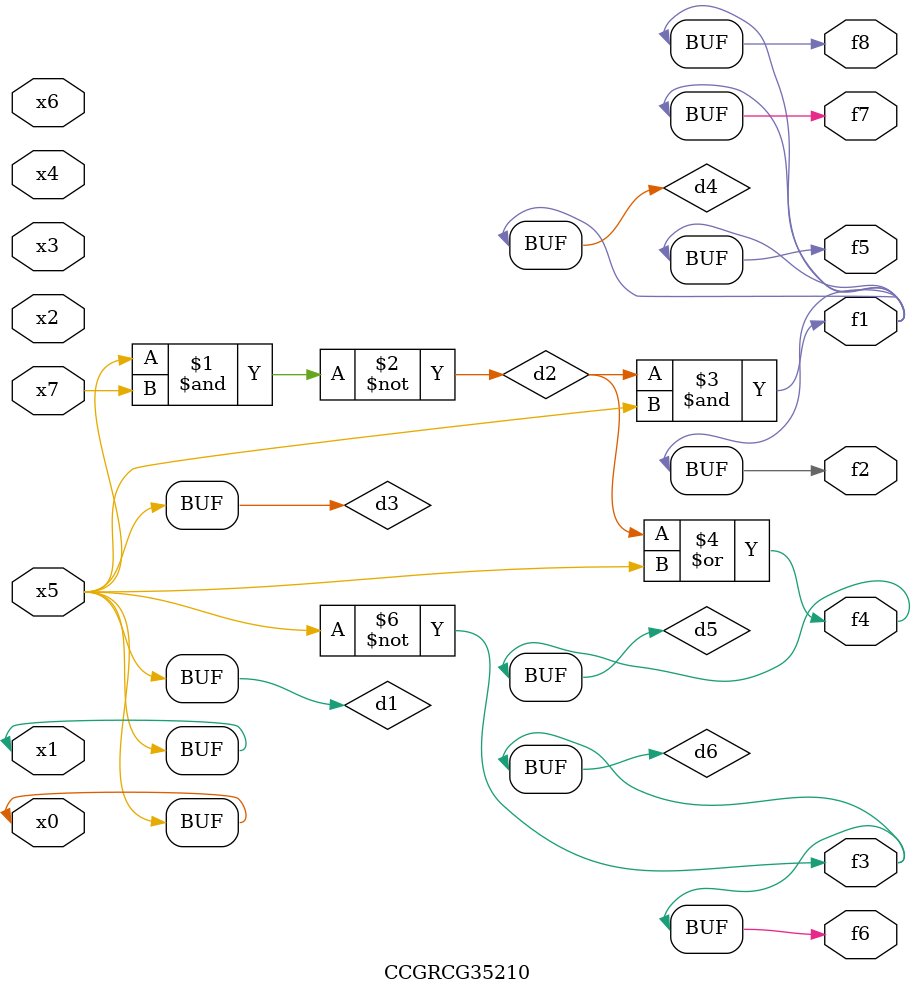
<source format=v>
module CCGRCG35210(
	input x0, x1, x2, x3, x4, x5, x6, x7,
	output f1, f2, f3, f4, f5, f6, f7, f8
);

	wire d1, d2, d3, d4, d5, d6;

	buf (d1, x0, x5);
	nand (d2, x5, x7);
	buf (d3, x0, x1);
	and (d4, d2, d3);
	or (d5, d2, d3);
	nor (d6, d1, d3);
	assign f1 = d4;
	assign f2 = d4;
	assign f3 = d6;
	assign f4 = d5;
	assign f5 = d4;
	assign f6 = d6;
	assign f7 = d4;
	assign f8 = d4;
endmodule

</source>
